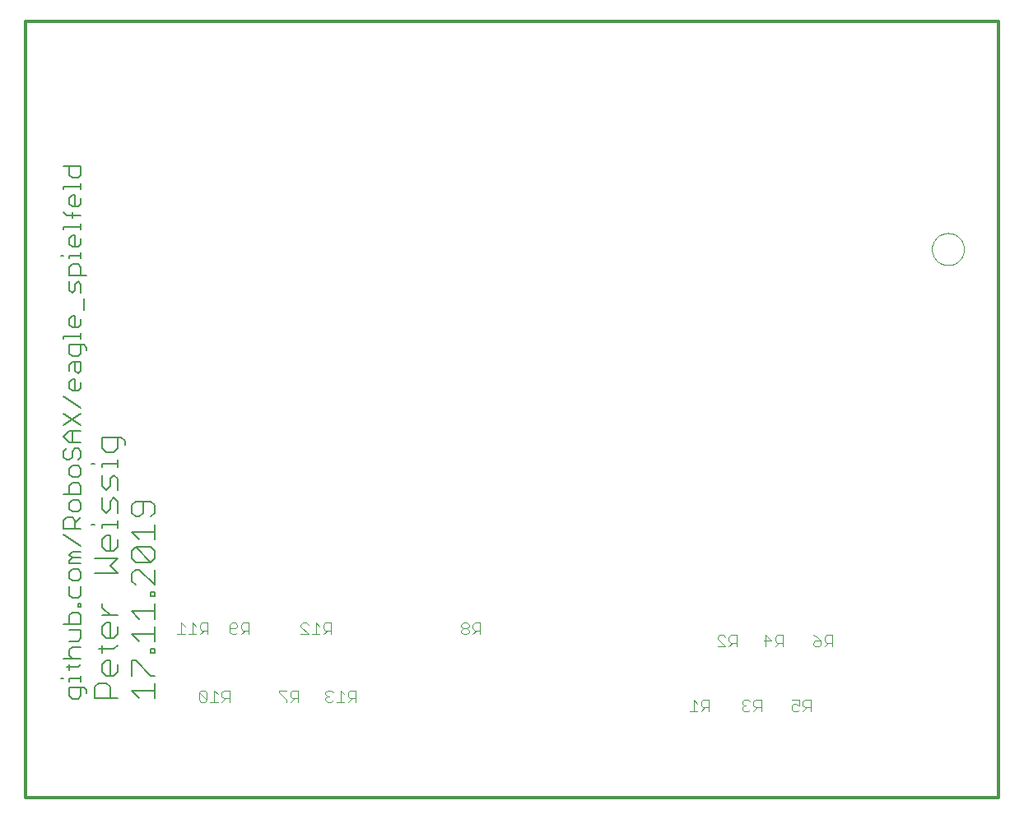
<source format=gbo>
G75*
%MOIN*%
%OFA0B0*%
%FSLAX24Y24*%
%IPPOS*%
%LPD*%
%AMOC8*
5,1,8,0,0,1.08239X$1,22.5*
%
%ADD10C,0.0120*%
%ADD11C,0.0080*%
%ADD12C,0.0060*%
%ADD13C,0.0000*%
%ADD14C,0.0040*%
D10*
X013160Y000180D02*
X013160Y031676D01*
X052530Y031676D01*
X052530Y000180D01*
X013160Y000180D01*
D11*
X015950Y004220D02*
X015950Y004680D01*
X016103Y004834D01*
X016410Y004834D01*
X016563Y004680D01*
X016563Y004220D01*
X016870Y004220D02*
X015950Y004220D01*
X016410Y005141D02*
X016257Y005294D01*
X016257Y005601D01*
X016410Y005755D01*
X016563Y005755D01*
X016563Y005141D01*
X016410Y005141D02*
X016717Y005141D01*
X016870Y005294D01*
X016870Y005601D01*
X016717Y006215D02*
X016103Y006215D01*
X016257Y006062D02*
X016257Y006369D01*
X016410Y006675D02*
X016257Y006829D01*
X016257Y007136D01*
X016410Y007289D01*
X016563Y007289D01*
X016563Y006675D01*
X016410Y006675D02*
X016717Y006675D01*
X016870Y006829D01*
X016870Y007136D01*
X016870Y007596D02*
X016257Y007596D01*
X016563Y007596D02*
X016257Y007903D01*
X016257Y008057D01*
X017450Y007750D02*
X017757Y007443D01*
X017450Y007750D02*
X018370Y007750D01*
X018370Y007443D02*
X018370Y008057D01*
X018370Y008364D02*
X018370Y008517D01*
X018217Y008517D01*
X018217Y008364D01*
X018370Y008364D01*
X018370Y008824D02*
X017757Y009438D01*
X017603Y009438D01*
X017450Y009284D01*
X017450Y008977D01*
X017603Y008824D01*
X018370Y008824D02*
X018370Y009438D01*
X018217Y009745D02*
X017603Y010359D01*
X018217Y010359D01*
X018370Y010205D01*
X018370Y009898D01*
X018217Y009745D01*
X017603Y009745D01*
X017450Y009898D01*
X017450Y010205D01*
X017603Y010359D01*
X017757Y010666D02*
X017450Y010972D01*
X018370Y010972D01*
X018370Y010666D02*
X018370Y011279D01*
X018217Y011586D02*
X018370Y011740D01*
X018370Y012047D01*
X018217Y012200D01*
X017603Y012200D01*
X017450Y012047D01*
X017450Y011740D01*
X017603Y011586D01*
X017757Y011586D01*
X017910Y011740D01*
X017910Y012200D01*
X016870Y012200D02*
X016870Y011740D01*
X016870Y011433D02*
X016870Y011126D01*
X016870Y011279D02*
X016257Y011279D01*
X016257Y011126D01*
X016410Y010819D02*
X016257Y010666D01*
X016257Y010359D01*
X016410Y010205D01*
X016717Y010205D01*
X016870Y010359D01*
X016870Y010666D01*
X016563Y010819D02*
X016563Y010205D01*
X016870Y009898D02*
X015950Y009898D01*
X016563Y009591D02*
X016870Y009898D01*
X016563Y009591D02*
X016870Y009284D01*
X015950Y009284D01*
X016410Y010819D02*
X016563Y010819D01*
X015950Y011279D02*
X015796Y011279D01*
X016410Y011740D02*
X016257Y011893D01*
X016257Y012354D01*
X016410Y012661D02*
X016257Y012814D01*
X016257Y013274D01*
X016257Y013581D02*
X016257Y013735D01*
X016870Y013735D01*
X016870Y013888D02*
X016870Y013581D01*
X016717Y013274D02*
X016563Y013121D01*
X016563Y012814D01*
X016410Y012661D01*
X016717Y012354D02*
X016563Y012200D01*
X016563Y011893D01*
X016410Y011740D01*
X016870Y012200D02*
X016717Y012354D01*
X016870Y012661D02*
X016870Y013121D01*
X016717Y013274D01*
X015950Y013735D02*
X015796Y013735D01*
X016257Y014349D02*
X016410Y014195D01*
X016717Y014195D01*
X016870Y014349D01*
X016870Y014809D01*
X017024Y014809D02*
X017177Y014656D01*
X017177Y014502D01*
X017024Y014809D02*
X016257Y014809D01*
X016257Y014349D01*
X018370Y007136D02*
X018370Y006522D01*
X018370Y006829D02*
X017450Y006829D01*
X017757Y006522D01*
X018217Y006215D02*
X018370Y006215D01*
X018370Y006062D01*
X018217Y006062D01*
X018217Y006215D01*
X017603Y005755D02*
X018217Y005141D01*
X018370Y005141D01*
X018370Y004834D02*
X018370Y004220D01*
X018370Y004527D02*
X017450Y004527D01*
X017757Y004220D01*
X017450Y005141D02*
X017450Y005755D01*
X017603Y005755D01*
X016870Y006369D02*
X016717Y006215D01*
D12*
X015380Y006310D02*
X015030Y006310D01*
X014913Y006193D01*
X014913Y005960D01*
X015030Y005843D01*
X014913Y005610D02*
X014913Y005376D01*
X014797Y005493D02*
X015264Y005493D01*
X015380Y005610D01*
X015380Y005843D02*
X014680Y005843D01*
X014913Y006543D02*
X015264Y006543D01*
X015380Y006659D01*
X015380Y007010D01*
X014913Y007010D01*
X014913Y007242D02*
X014913Y007593D01*
X015030Y007710D01*
X015264Y007710D01*
X015380Y007593D01*
X015380Y007242D01*
X014680Y007242D01*
X015264Y007942D02*
X015264Y008059D01*
X015380Y008059D01*
X015380Y007942D01*
X015264Y007942D01*
X015264Y008292D02*
X015380Y008409D01*
X015380Y008759D01*
X015264Y008992D02*
X015380Y009109D01*
X015380Y009342D01*
X015264Y009459D01*
X015030Y009459D01*
X014913Y009342D01*
X014913Y009109D01*
X015030Y008992D01*
X015264Y008992D01*
X014913Y008759D02*
X014913Y008409D01*
X015030Y008292D01*
X015264Y008292D01*
X015380Y009692D02*
X014913Y009692D01*
X014913Y009809D01*
X015030Y009925D01*
X014913Y010042D01*
X015030Y010159D01*
X015380Y010159D01*
X015380Y010392D02*
X014680Y010859D01*
X014680Y011091D02*
X014680Y011442D01*
X014797Y011558D01*
X015030Y011558D01*
X015147Y011442D01*
X015147Y011091D01*
X015380Y011091D02*
X014680Y011091D01*
X015147Y011325D02*
X015380Y011558D01*
X015264Y011791D02*
X015380Y011908D01*
X015380Y012141D01*
X015264Y012258D01*
X015030Y012258D01*
X014913Y012141D01*
X014913Y011908D01*
X015030Y011791D01*
X015264Y011791D01*
X015380Y012491D02*
X014680Y012491D01*
X014913Y012491D02*
X014913Y012841D01*
X015030Y012958D01*
X015264Y012958D01*
X015380Y012841D01*
X015380Y012491D01*
X015264Y013191D02*
X015380Y013307D01*
X015380Y013541D01*
X015264Y013658D01*
X015030Y013658D01*
X014913Y013541D01*
X014913Y013307D01*
X015030Y013191D01*
X015264Y013191D01*
X015264Y013891D02*
X015380Y014007D01*
X015380Y014241D01*
X015264Y014358D01*
X015147Y014358D01*
X015030Y014241D01*
X015030Y014007D01*
X014913Y013891D01*
X014797Y013891D01*
X014680Y014007D01*
X014680Y014241D01*
X014797Y014358D01*
X014913Y014590D02*
X014680Y014824D01*
X014913Y015057D01*
X015380Y015057D01*
X015380Y015290D02*
X014680Y015757D01*
X014680Y015290D02*
X015380Y015757D01*
X015380Y015990D02*
X014680Y016457D01*
X014913Y016806D02*
X014913Y017040D01*
X015030Y017157D01*
X015147Y017157D01*
X015147Y016690D01*
X015264Y016690D02*
X015030Y016690D01*
X014913Y016806D01*
X015264Y016690D02*
X015380Y016806D01*
X015380Y017040D01*
X015264Y017390D02*
X015147Y017506D01*
X015147Y017857D01*
X015030Y017857D02*
X015380Y017857D01*
X015380Y017506D01*
X015264Y017390D01*
X014913Y017506D02*
X014913Y017740D01*
X015030Y017857D01*
X015030Y018089D02*
X015264Y018089D01*
X015380Y018206D01*
X015380Y018556D01*
X015497Y018556D02*
X014913Y018556D01*
X014913Y018206D01*
X015030Y018089D01*
X015614Y018323D02*
X015614Y018440D01*
X015497Y018556D01*
X015380Y018789D02*
X015380Y019023D01*
X015380Y018906D02*
X014680Y018906D01*
X014680Y018789D01*
X015030Y019256D02*
X014913Y019372D01*
X014913Y019606D01*
X015030Y019723D01*
X015147Y019723D01*
X015147Y019256D01*
X015264Y019256D02*
X015030Y019256D01*
X015264Y019256D02*
X015380Y019372D01*
X015380Y019606D01*
X015497Y019955D02*
X015497Y020422D01*
X015380Y020655D02*
X015380Y021006D01*
X015264Y021122D01*
X015147Y021006D01*
X015147Y020772D01*
X015030Y020655D01*
X014913Y020772D01*
X014913Y021122D01*
X014913Y021355D02*
X014913Y021705D01*
X015030Y021822D01*
X015264Y021822D01*
X015380Y021705D01*
X015380Y021355D01*
X015614Y021355D02*
X014913Y021355D01*
X014913Y022055D02*
X014913Y022172D01*
X015380Y022172D01*
X015380Y022288D02*
X015380Y022055D01*
X015264Y022521D02*
X015030Y022521D01*
X014913Y022638D01*
X014913Y022872D01*
X015030Y022988D01*
X015147Y022988D01*
X015147Y022521D01*
X015264Y022521D02*
X015380Y022638D01*
X015380Y022872D01*
X015380Y023221D02*
X015380Y023455D01*
X015380Y023338D02*
X014680Y023338D01*
X014680Y023221D01*
X015030Y023688D02*
X015030Y023921D01*
X015030Y024154D02*
X014913Y024271D01*
X014913Y024505D01*
X015030Y024621D01*
X015147Y024621D01*
X015147Y024154D01*
X015264Y024154D02*
X015030Y024154D01*
X015264Y024154D02*
X015380Y024271D01*
X015380Y024505D01*
X015380Y024854D02*
X015380Y025088D01*
X015380Y024971D02*
X014680Y024971D01*
X014680Y024854D01*
X015030Y025321D02*
X014913Y025437D01*
X014913Y025788D01*
X014680Y025788D02*
X015380Y025788D01*
X015380Y025437D01*
X015264Y025321D01*
X015030Y025321D01*
X014680Y023921D02*
X014797Y023804D01*
X015380Y023804D01*
X014680Y022172D02*
X014563Y022172D01*
X015030Y015057D02*
X015030Y014590D01*
X014913Y014590D02*
X015380Y014590D01*
X015380Y009925D02*
X015030Y009925D01*
X015380Y005143D02*
X015380Y004910D01*
X015380Y005027D02*
X014913Y005027D01*
X014913Y004910D01*
X014913Y004677D02*
X014913Y004327D01*
X015030Y004210D01*
X015264Y004210D01*
X015380Y004327D01*
X015380Y004677D01*
X015497Y004677D02*
X014913Y004677D01*
X014680Y005027D02*
X014563Y005027D01*
X015497Y004677D02*
X015614Y004560D01*
X015614Y004444D01*
D13*
X049848Y022430D02*
X049850Y022480D01*
X049856Y022530D01*
X049866Y022580D01*
X049879Y022628D01*
X049896Y022676D01*
X049917Y022722D01*
X049941Y022766D01*
X049969Y022808D01*
X050000Y022848D01*
X050034Y022885D01*
X050071Y022920D01*
X050110Y022951D01*
X050151Y022980D01*
X050195Y023005D01*
X050241Y023027D01*
X050288Y023045D01*
X050336Y023059D01*
X050385Y023070D01*
X050435Y023077D01*
X050485Y023080D01*
X050536Y023079D01*
X050586Y023074D01*
X050636Y023065D01*
X050684Y023053D01*
X050732Y023036D01*
X050778Y023016D01*
X050823Y022993D01*
X050866Y022966D01*
X050906Y022936D01*
X050944Y022903D01*
X050979Y022867D01*
X051012Y022828D01*
X051041Y022787D01*
X051067Y022744D01*
X051090Y022699D01*
X051109Y022652D01*
X051124Y022604D01*
X051136Y022555D01*
X051144Y022505D01*
X051148Y022455D01*
X051148Y022405D01*
X051144Y022355D01*
X051136Y022305D01*
X051124Y022256D01*
X051109Y022208D01*
X051090Y022161D01*
X051067Y022116D01*
X051041Y022073D01*
X051012Y022032D01*
X050979Y021993D01*
X050944Y021957D01*
X050906Y021924D01*
X050866Y021894D01*
X050823Y021867D01*
X050778Y021844D01*
X050732Y021824D01*
X050684Y021807D01*
X050636Y021795D01*
X050586Y021786D01*
X050536Y021781D01*
X050485Y021780D01*
X050435Y021783D01*
X050385Y021790D01*
X050336Y021801D01*
X050288Y021815D01*
X050241Y021833D01*
X050195Y021855D01*
X050151Y021880D01*
X050110Y021909D01*
X050071Y021940D01*
X050034Y021975D01*
X050000Y022012D01*
X049969Y022052D01*
X049941Y022094D01*
X049917Y022138D01*
X049896Y022184D01*
X049879Y022232D01*
X049866Y022280D01*
X049856Y022330D01*
X049850Y022380D01*
X049848Y022430D01*
D14*
X045811Y006785D02*
X045581Y006785D01*
X045504Y006709D01*
X045504Y006555D01*
X045581Y006478D01*
X045811Y006478D01*
X045811Y006325D02*
X045811Y006785D01*
X045658Y006478D02*
X045504Y006325D01*
X045351Y006402D02*
X045274Y006325D01*
X045121Y006325D01*
X045044Y006402D01*
X045044Y006478D01*
X045121Y006555D01*
X045351Y006555D01*
X045351Y006402D01*
X045351Y006555D02*
X045197Y006709D01*
X045044Y006785D01*
X043811Y006785D02*
X043811Y006325D01*
X043811Y006478D02*
X043581Y006478D01*
X043504Y006555D01*
X043504Y006709D01*
X043581Y006785D01*
X043811Y006785D01*
X043658Y006478D02*
X043504Y006325D01*
X043351Y006555D02*
X043044Y006555D01*
X043121Y006325D02*
X043121Y006785D01*
X043351Y006555D01*
X041936Y006478D02*
X041706Y006478D01*
X041629Y006555D01*
X041629Y006709D01*
X041706Y006785D01*
X041936Y006785D01*
X041936Y006325D01*
X041783Y006478D02*
X041629Y006325D01*
X041476Y006325D02*
X041169Y006632D01*
X041169Y006709D01*
X041246Y006785D01*
X041399Y006785D01*
X041476Y006709D01*
X041476Y006325D02*
X041169Y006325D01*
X040811Y004160D02*
X040581Y004160D01*
X040504Y004084D01*
X040504Y003930D01*
X040581Y003853D01*
X040811Y003853D01*
X040811Y003700D02*
X040811Y004160D01*
X040658Y003853D02*
X040504Y003700D01*
X040351Y003700D02*
X040044Y003700D01*
X040197Y003700D02*
X040197Y004160D01*
X040351Y004007D01*
X042169Y004007D02*
X042246Y003930D01*
X042169Y003853D01*
X042169Y003777D01*
X042246Y003700D01*
X042399Y003700D01*
X042476Y003777D01*
X042629Y003700D02*
X042783Y003853D01*
X042706Y003853D02*
X042936Y003853D01*
X042936Y003700D02*
X042936Y004160D01*
X042706Y004160D01*
X042629Y004084D01*
X042629Y003930D01*
X042706Y003853D01*
X042476Y004084D02*
X042399Y004160D01*
X042246Y004160D01*
X042169Y004084D01*
X042169Y004007D01*
X042246Y003930D02*
X042322Y003930D01*
X044169Y003930D02*
X044169Y003777D01*
X044246Y003700D01*
X044399Y003700D01*
X044476Y003777D01*
X044476Y003930D02*
X044322Y004007D01*
X044246Y004007D01*
X044169Y003930D01*
X044169Y004160D02*
X044476Y004160D01*
X044476Y003930D01*
X044629Y003930D02*
X044706Y003853D01*
X044936Y003853D01*
X044936Y003700D02*
X044936Y004160D01*
X044706Y004160D01*
X044629Y004084D01*
X044629Y003930D01*
X044783Y003853D02*
X044629Y003700D01*
X031561Y006825D02*
X031561Y007285D01*
X031331Y007285D01*
X031254Y007209D01*
X031254Y007055D01*
X031331Y006978D01*
X031561Y006978D01*
X031408Y006978D02*
X031254Y006825D01*
X031101Y006902D02*
X031101Y006978D01*
X031024Y007055D01*
X030871Y007055D01*
X030794Y006978D01*
X030794Y006902D01*
X030871Y006825D01*
X031024Y006825D01*
X031101Y006902D01*
X031024Y007055D02*
X031101Y007132D01*
X031101Y007209D01*
X031024Y007285D01*
X030871Y007285D01*
X030794Y007209D01*
X030794Y007132D01*
X030871Y007055D01*
X026522Y004535D02*
X026522Y004075D01*
X026522Y004228D02*
X026291Y004228D01*
X026215Y004305D01*
X026215Y004459D01*
X026291Y004535D01*
X026522Y004535D01*
X026368Y004228D02*
X026215Y004075D01*
X026061Y004075D02*
X025754Y004075D01*
X025908Y004075D02*
X025908Y004535D01*
X026061Y004382D01*
X025601Y004459D02*
X025524Y004535D01*
X025371Y004535D01*
X025294Y004459D01*
X025294Y004382D01*
X025371Y004305D01*
X025294Y004228D01*
X025294Y004152D01*
X025371Y004075D01*
X025524Y004075D01*
X025601Y004152D01*
X025447Y004305D02*
X025371Y004305D01*
X024186Y004228D02*
X023956Y004228D01*
X023879Y004305D01*
X023879Y004459D01*
X023956Y004535D01*
X024186Y004535D01*
X024186Y004075D01*
X024033Y004228D02*
X023879Y004075D01*
X023726Y004075D02*
X023726Y004152D01*
X023419Y004459D01*
X023419Y004535D01*
X023726Y004535D01*
X021397Y004535D02*
X021397Y004075D01*
X021397Y004228D02*
X021166Y004228D01*
X021090Y004305D01*
X021090Y004459D01*
X021166Y004535D01*
X021397Y004535D01*
X021243Y004228D02*
X021090Y004075D01*
X020936Y004075D02*
X020629Y004075D01*
X020783Y004075D02*
X020783Y004535D01*
X020936Y004382D01*
X020476Y004459D02*
X020399Y004535D01*
X020246Y004535D01*
X020169Y004459D01*
X020476Y004152D01*
X020399Y004075D01*
X020246Y004075D01*
X020169Y004152D01*
X020169Y004459D01*
X020476Y004459D02*
X020476Y004152D01*
X020522Y006825D02*
X020522Y007285D01*
X020291Y007285D01*
X020215Y007209D01*
X020215Y007055D01*
X020291Y006978D01*
X020522Y006978D01*
X020368Y006978D02*
X020215Y006825D01*
X020061Y006825D02*
X019754Y006825D01*
X019601Y006825D02*
X019294Y006825D01*
X019447Y006825D02*
X019447Y007285D01*
X019601Y007132D01*
X019908Y007285D02*
X019908Y006825D01*
X020061Y007132D02*
X019908Y007285D01*
X021419Y007209D02*
X021419Y006902D01*
X021496Y006825D01*
X021649Y006825D01*
X021726Y006902D01*
X021649Y007055D02*
X021726Y007132D01*
X021726Y007209D01*
X021649Y007285D01*
X021496Y007285D01*
X021419Y007209D01*
X021419Y007055D02*
X021649Y007055D01*
X021879Y007055D02*
X021879Y007209D01*
X021956Y007285D01*
X022186Y007285D01*
X022186Y006825D01*
X022186Y006978D02*
X021956Y006978D01*
X021879Y007055D01*
X022033Y006978D02*
X021879Y006825D01*
X024294Y006825D02*
X024601Y006825D01*
X024294Y007132D01*
X024294Y007209D01*
X024371Y007285D01*
X024524Y007285D01*
X024601Y007209D01*
X024908Y007285D02*
X024908Y006825D01*
X025061Y006825D02*
X024754Y006825D01*
X025061Y007132D02*
X024908Y007285D01*
X025215Y007209D02*
X025215Y007055D01*
X025291Y006978D01*
X025522Y006978D01*
X025522Y006825D02*
X025522Y007285D01*
X025291Y007285D01*
X025215Y007209D01*
X025368Y006978D02*
X025215Y006825D01*
M02*

</source>
